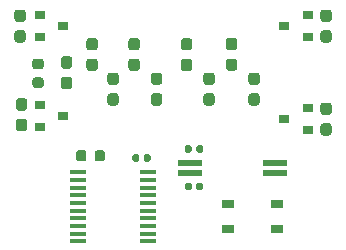
<source format=gbr>
G04 #@! TF.GenerationSoftware,KiCad,Pcbnew,5.99.0-unknown-r19130-2af6d01f*
G04 #@! TF.CreationDate,2020-08-04T10:25:42+02:00*
G04 #@! TF.ProjectId,ada-watch,6164612d-7761-4746-9368-2e6b69636164,rev?*
G04 #@! TF.SameCoordinates,Original*
G04 #@! TF.FileFunction,Paste,Top*
G04 #@! TF.FilePolarity,Positive*
%FSLAX46Y46*%
G04 Gerber Fmt 4.6, Leading zero omitted, Abs format (unit mm)*
G04 Created by KiCad (PCBNEW 5.99.0-unknown-r19130-2af6d01f) date 2020-08-04 10:25:42*
%MOMM*%
%LPD*%
G01*
G04 APERTURE LIST*
%ADD10R,2.100000X0.600000*%
%ADD11R,1.450000X0.450000*%
%ADD12R,1.050000X0.650000*%
%ADD13R,0.900000X0.800000*%
G04 APERTURE END LIST*
D10*
X150241000Y-110109000D03*
X157441000Y-110109000D03*
X157441000Y-111009000D03*
X150241000Y-111009000D03*
G36*
G01*
X141509000Y-109281250D02*
X141509000Y-109793750D01*
G75*
G02*
X141290250Y-110012500I-218750J0D01*
G01*
X140852750Y-110012500D01*
G75*
G02*
X140634000Y-109793750I0J218750D01*
G01*
X140634000Y-109281250D01*
G75*
G02*
X140852750Y-109062500I218750J0D01*
G01*
X141290250Y-109062500D01*
G75*
G02*
X141509000Y-109281250I0J-218750D01*
G01*
G37*
G36*
G01*
X143084000Y-109281250D02*
X143084000Y-109793750D01*
G75*
G02*
X142865250Y-110012500I-218750J0D01*
G01*
X142427750Y-110012500D01*
G75*
G02*
X142209000Y-109793750I0J218750D01*
G01*
X142209000Y-109281250D01*
G75*
G02*
X142427750Y-109062500I218750J0D01*
G01*
X142865250Y-109062500D01*
G75*
G02*
X143084000Y-109281250I0J-218750D01*
G01*
G37*
D11*
X146714000Y-110930500D03*
X146714000Y-111580500D03*
X146714000Y-112230500D03*
X146714000Y-112880500D03*
X146714000Y-113530500D03*
X146714000Y-114180500D03*
X146714000Y-114830500D03*
X146714000Y-115480500D03*
X146714000Y-116130500D03*
X146714000Y-116780500D03*
X140814000Y-116780500D03*
X140814000Y-116130500D03*
X140814000Y-115480500D03*
X140814000Y-114830500D03*
X140814000Y-114180500D03*
X140814000Y-113530500D03*
X140814000Y-112880500D03*
X140814000Y-112230500D03*
X140814000Y-111580500D03*
X140814000Y-110930500D03*
D12*
X153500000Y-113606000D03*
X157650000Y-113606000D03*
X153500000Y-115756000D03*
X157650000Y-115756000D03*
G36*
G01*
X136254500Y-105709000D02*
X135779500Y-105709000D01*
G75*
G02*
X135542000Y-105471500I0J237500D01*
G01*
X135542000Y-104896500D01*
G75*
G02*
X135779500Y-104659000I237500J0D01*
G01*
X136254500Y-104659000D01*
G75*
G02*
X136492000Y-104896500I0J-237500D01*
G01*
X136492000Y-105471500D01*
G75*
G02*
X136254500Y-105709000I-237500J0D01*
G01*
G37*
G36*
G01*
X136254500Y-107459000D02*
X135779500Y-107459000D01*
G75*
G02*
X135542000Y-107221500I0J237500D01*
G01*
X135542000Y-106646500D01*
G75*
G02*
X135779500Y-106409000I237500J0D01*
G01*
X136254500Y-106409000D01*
G75*
G02*
X136492000Y-106646500I0J-237500D01*
G01*
X136492000Y-107221500D01*
G75*
G02*
X136254500Y-107459000I-237500J0D01*
G01*
G37*
G36*
G01*
X139589500Y-102853000D02*
X140064500Y-102853000D01*
G75*
G02*
X140302000Y-103090500I0J-237500D01*
G01*
X140302000Y-103665500D01*
G75*
G02*
X140064500Y-103903000I-237500J0D01*
G01*
X139589500Y-103903000D01*
G75*
G02*
X139352000Y-103665500I0J237500D01*
G01*
X139352000Y-103090500D01*
G75*
G02*
X139589500Y-102853000I237500J0D01*
G01*
G37*
G36*
G01*
X139589500Y-101103000D02*
X140064500Y-101103000D01*
G75*
G02*
X140302000Y-101340500I0J-237500D01*
G01*
X140302000Y-101915500D01*
G75*
G02*
X140064500Y-102153000I-237500J0D01*
G01*
X139589500Y-102153000D01*
G75*
G02*
X139352000Y-101915500I0J237500D01*
G01*
X139352000Y-101340500D01*
G75*
G02*
X139589500Y-101103000I237500J0D01*
G01*
G37*
G36*
G01*
X136127500Y-98202000D02*
X135652500Y-98202000D01*
G75*
G02*
X135415000Y-97964500I0J237500D01*
G01*
X135415000Y-97389500D01*
G75*
G02*
X135652500Y-97152000I237500J0D01*
G01*
X136127500Y-97152000D01*
G75*
G02*
X136365000Y-97389500I0J-237500D01*
G01*
X136365000Y-97964500D01*
G75*
G02*
X136127500Y-98202000I-237500J0D01*
G01*
G37*
G36*
G01*
X136127500Y-99952000D02*
X135652500Y-99952000D01*
G75*
G02*
X135415000Y-99714500I0J237500D01*
G01*
X135415000Y-99139500D01*
G75*
G02*
X135652500Y-98902000I237500J0D01*
G01*
X136127500Y-98902000D01*
G75*
G02*
X136365000Y-99139500I0J-237500D01*
G01*
X136365000Y-99714500D01*
G75*
G02*
X136127500Y-99952000I-237500J0D01*
G01*
G37*
G36*
G01*
X161560500Y-98902000D02*
X162035500Y-98902000D01*
G75*
G02*
X162273000Y-99139500I0J-237500D01*
G01*
X162273000Y-99714500D01*
G75*
G02*
X162035500Y-99952000I-237500J0D01*
G01*
X161560500Y-99952000D01*
G75*
G02*
X161323000Y-99714500I0J237500D01*
G01*
X161323000Y-99139500D01*
G75*
G02*
X161560500Y-98902000I237500J0D01*
G01*
G37*
G36*
G01*
X161560500Y-97152000D02*
X162035500Y-97152000D01*
G75*
G02*
X162273000Y-97389500I0J-237500D01*
G01*
X162273000Y-97964500D01*
G75*
G02*
X162035500Y-98202000I-237500J0D01*
G01*
X161560500Y-98202000D01*
G75*
G02*
X161323000Y-97964500I0J237500D01*
G01*
X161323000Y-97389500D01*
G75*
G02*
X161560500Y-97152000I237500J0D01*
G01*
G37*
G36*
G01*
X161560500Y-106776000D02*
X162035500Y-106776000D01*
G75*
G02*
X162273000Y-107013500I0J-237500D01*
G01*
X162273000Y-107588500D01*
G75*
G02*
X162035500Y-107826000I-237500J0D01*
G01*
X161560500Y-107826000D01*
G75*
G02*
X161323000Y-107588500I0J237500D01*
G01*
X161323000Y-107013500D01*
G75*
G02*
X161560500Y-106776000I237500J0D01*
G01*
G37*
G36*
G01*
X161560500Y-105026000D02*
X162035500Y-105026000D01*
G75*
G02*
X162273000Y-105263500I0J-237500D01*
G01*
X162273000Y-105838500D01*
G75*
G02*
X162035500Y-106076000I-237500J0D01*
G01*
X161560500Y-106076000D01*
G75*
G02*
X161323000Y-105838500I0J237500D01*
G01*
X161323000Y-105263500D01*
G75*
G02*
X161560500Y-105026000I237500J0D01*
G01*
G37*
G36*
G01*
X152129500Y-103536000D02*
X151654500Y-103536000D01*
G75*
G02*
X151417000Y-103298500I0J237500D01*
G01*
X151417000Y-102723500D01*
G75*
G02*
X151654500Y-102486000I237500J0D01*
G01*
X152129500Y-102486000D01*
G75*
G02*
X152367000Y-102723500I0J-237500D01*
G01*
X152367000Y-103298500D01*
G75*
G02*
X152129500Y-103536000I-237500J0D01*
G01*
G37*
G36*
G01*
X152129500Y-105286000D02*
X151654500Y-105286000D01*
G75*
G02*
X151417000Y-105048500I0J237500D01*
G01*
X151417000Y-104473500D01*
G75*
G02*
X151654500Y-104236000I237500J0D01*
G01*
X152129500Y-104236000D01*
G75*
G02*
X152367000Y-104473500I0J-237500D01*
G01*
X152367000Y-105048500D01*
G75*
G02*
X152129500Y-105286000I-237500J0D01*
G01*
G37*
G36*
G01*
X149749500Y-101315000D02*
X150224500Y-101315000D01*
G75*
G02*
X150462000Y-101552500I0J-237500D01*
G01*
X150462000Y-102127500D01*
G75*
G02*
X150224500Y-102365000I-237500J0D01*
G01*
X149749500Y-102365000D01*
G75*
G02*
X149512000Y-102127500I0J237500D01*
G01*
X149512000Y-101552500D01*
G75*
G02*
X149749500Y-101315000I237500J0D01*
G01*
G37*
G36*
G01*
X149749500Y-99565000D02*
X150224500Y-99565000D01*
G75*
G02*
X150462000Y-99802500I0J-237500D01*
G01*
X150462000Y-100377500D01*
G75*
G02*
X150224500Y-100615000I-237500J0D01*
G01*
X149749500Y-100615000D01*
G75*
G02*
X149512000Y-100377500I0J237500D01*
G01*
X149512000Y-99802500D01*
G75*
G02*
X149749500Y-99565000I237500J0D01*
G01*
G37*
G36*
G01*
X153559500Y-101301000D02*
X154034500Y-101301000D01*
G75*
G02*
X154272000Y-101538500I0J-237500D01*
G01*
X154272000Y-102113500D01*
G75*
G02*
X154034500Y-102351000I-237500J0D01*
G01*
X153559500Y-102351000D01*
G75*
G02*
X153322000Y-102113500I0J237500D01*
G01*
X153322000Y-101538500D01*
G75*
G02*
X153559500Y-101301000I237500J0D01*
G01*
G37*
G36*
G01*
X153559500Y-99551000D02*
X154034500Y-99551000D01*
G75*
G02*
X154272000Y-99788500I0J-237500D01*
G01*
X154272000Y-100363500D01*
G75*
G02*
X154034500Y-100601000I-237500J0D01*
G01*
X153559500Y-100601000D01*
G75*
G02*
X153322000Y-100363500I0J237500D01*
G01*
X153322000Y-99788500D01*
G75*
G02*
X153559500Y-99551000I237500J0D01*
G01*
G37*
G36*
G01*
X145304500Y-101315000D02*
X145779500Y-101315000D01*
G75*
G02*
X146017000Y-101552500I0J-237500D01*
G01*
X146017000Y-102127500D01*
G75*
G02*
X145779500Y-102365000I-237500J0D01*
G01*
X145304500Y-102365000D01*
G75*
G02*
X145067000Y-102127500I0J237500D01*
G01*
X145067000Y-101552500D01*
G75*
G02*
X145304500Y-101315000I237500J0D01*
G01*
G37*
G36*
G01*
X145304500Y-99565000D02*
X145779500Y-99565000D01*
G75*
G02*
X146017000Y-99802500I0J-237500D01*
G01*
X146017000Y-100377500D01*
G75*
G02*
X145779500Y-100615000I-237500J0D01*
G01*
X145304500Y-100615000D01*
G75*
G02*
X145067000Y-100377500I0J237500D01*
G01*
X145067000Y-99802500D01*
G75*
G02*
X145304500Y-99565000I237500J0D01*
G01*
G37*
G36*
G01*
X155464500Y-104236000D02*
X155939500Y-104236000D01*
G75*
G02*
X156177000Y-104473500I0J-237500D01*
G01*
X156177000Y-105048500D01*
G75*
G02*
X155939500Y-105286000I-237500J0D01*
G01*
X155464500Y-105286000D01*
G75*
G02*
X155227000Y-105048500I0J237500D01*
G01*
X155227000Y-104473500D01*
G75*
G02*
X155464500Y-104236000I237500J0D01*
G01*
G37*
G36*
G01*
X155464500Y-102486000D02*
X155939500Y-102486000D01*
G75*
G02*
X156177000Y-102723500I0J-237500D01*
G01*
X156177000Y-103298500D01*
G75*
G02*
X155939500Y-103536000I-237500J0D01*
G01*
X155464500Y-103536000D01*
G75*
G02*
X155227000Y-103298500I0J237500D01*
G01*
X155227000Y-102723500D01*
G75*
G02*
X155464500Y-102486000I237500J0D01*
G01*
G37*
G36*
G01*
X144001500Y-103536000D02*
X143526500Y-103536000D01*
G75*
G02*
X143289000Y-103298500I0J237500D01*
G01*
X143289000Y-102723500D01*
G75*
G02*
X143526500Y-102486000I237500J0D01*
G01*
X144001500Y-102486000D01*
G75*
G02*
X144239000Y-102723500I0J-237500D01*
G01*
X144239000Y-103298500D01*
G75*
G02*
X144001500Y-103536000I-237500J0D01*
G01*
G37*
G36*
G01*
X144001500Y-105286000D02*
X143526500Y-105286000D01*
G75*
G02*
X143289000Y-105048500I0J237500D01*
G01*
X143289000Y-104473500D01*
G75*
G02*
X143526500Y-104236000I237500J0D01*
G01*
X144001500Y-104236000D01*
G75*
G02*
X144239000Y-104473500I0J-237500D01*
G01*
X144239000Y-105048500D01*
G75*
G02*
X144001500Y-105286000I-237500J0D01*
G01*
G37*
G36*
G01*
X147684500Y-103536000D02*
X147209500Y-103536000D01*
G75*
G02*
X146972000Y-103298500I0J237500D01*
G01*
X146972000Y-102723500D01*
G75*
G02*
X147209500Y-102486000I237500J0D01*
G01*
X147684500Y-102486000D01*
G75*
G02*
X147922000Y-102723500I0J-237500D01*
G01*
X147922000Y-103298500D01*
G75*
G02*
X147684500Y-103536000I-237500J0D01*
G01*
G37*
G36*
G01*
X147684500Y-105286000D02*
X147209500Y-105286000D01*
G75*
G02*
X146972000Y-105048500I0J237500D01*
G01*
X146972000Y-104473500D01*
G75*
G02*
X147209500Y-104236000I237500J0D01*
G01*
X147684500Y-104236000D01*
G75*
G02*
X147922000Y-104473500I0J-237500D01*
G01*
X147922000Y-105048500D01*
G75*
G02*
X147684500Y-105286000I-237500J0D01*
G01*
G37*
G36*
G01*
X141748500Y-101315000D02*
X142223500Y-101315000D01*
G75*
G02*
X142461000Y-101552500I0J-237500D01*
G01*
X142461000Y-102127500D01*
G75*
G02*
X142223500Y-102365000I-237500J0D01*
G01*
X141748500Y-102365000D01*
G75*
G02*
X141511000Y-102127500I0J237500D01*
G01*
X141511000Y-101552500D01*
G75*
G02*
X141748500Y-101315000I237500J0D01*
G01*
G37*
G36*
G01*
X141748500Y-99565000D02*
X142223500Y-99565000D01*
G75*
G02*
X142461000Y-99802500I0J-237500D01*
G01*
X142461000Y-100377500D01*
G75*
G02*
X142223500Y-100615000I-237500J0D01*
G01*
X141748500Y-100615000D01*
G75*
G02*
X141511000Y-100377500I0J237500D01*
G01*
X141511000Y-99802500D01*
G75*
G02*
X141748500Y-99565000I237500J0D01*
G01*
G37*
G36*
G01*
X137157750Y-102902500D02*
X137670250Y-102902500D01*
G75*
G02*
X137889000Y-103121250I0J-218750D01*
G01*
X137889000Y-103558750D01*
G75*
G02*
X137670250Y-103777500I-218750J0D01*
G01*
X137157750Y-103777500D01*
G75*
G02*
X136939000Y-103558750I0J218750D01*
G01*
X136939000Y-103121250D01*
G75*
G02*
X137157750Y-102902500I218750J0D01*
G01*
G37*
G36*
G01*
X137157750Y-101327500D02*
X137670250Y-101327500D01*
G75*
G02*
X137889000Y-101546250I0J-218750D01*
G01*
X137889000Y-101983750D01*
G75*
G02*
X137670250Y-102202500I-218750J0D01*
G01*
X137157750Y-102202500D01*
G75*
G02*
X136939000Y-101983750I0J218750D01*
G01*
X136939000Y-101546250D01*
G75*
G02*
X137157750Y-101327500I218750J0D01*
G01*
G37*
D13*
X158258000Y-106426000D03*
X160258000Y-105476000D03*
X160258000Y-107376000D03*
X158258000Y-98552000D03*
X160258000Y-97602000D03*
X160258000Y-99502000D03*
X139557000Y-98552000D03*
X137557000Y-99502000D03*
X137557000Y-97602000D03*
X139557000Y-106172000D03*
X137557000Y-107122000D03*
X137557000Y-105222000D03*
G36*
G01*
X146367000Y-109900500D02*
X146367000Y-109555500D01*
G75*
G02*
X146514500Y-109408000I147500J0D01*
G01*
X146809500Y-109408000D01*
G75*
G02*
X146957000Y-109555500I0J-147500D01*
G01*
X146957000Y-109900500D01*
G75*
G02*
X146809500Y-110048000I-147500J0D01*
G01*
X146514500Y-110048000D01*
G75*
G02*
X146367000Y-109900500I0J147500D01*
G01*
G37*
G36*
G01*
X145397000Y-109900500D02*
X145397000Y-109555500D01*
G75*
G02*
X145544500Y-109408000I147500J0D01*
G01*
X145839500Y-109408000D01*
G75*
G02*
X145987000Y-109555500I0J-147500D01*
G01*
X145987000Y-109900500D01*
G75*
G02*
X145839500Y-110048000I-147500J0D01*
G01*
X145544500Y-110048000D01*
G75*
G02*
X145397000Y-109900500I0J147500D01*
G01*
G37*
G36*
G01*
X150812000Y-112313500D02*
X150812000Y-111968500D01*
G75*
G02*
X150959500Y-111821000I147500J0D01*
G01*
X151254500Y-111821000D01*
G75*
G02*
X151402000Y-111968500I0J-147500D01*
G01*
X151402000Y-112313500D01*
G75*
G02*
X151254500Y-112461000I-147500J0D01*
G01*
X150959500Y-112461000D01*
G75*
G02*
X150812000Y-112313500I0J147500D01*
G01*
G37*
G36*
G01*
X149842000Y-112313500D02*
X149842000Y-111968500D01*
G75*
G02*
X149989500Y-111821000I147500J0D01*
G01*
X150284500Y-111821000D01*
G75*
G02*
X150432000Y-111968500I0J-147500D01*
G01*
X150432000Y-112313500D01*
G75*
G02*
X150284500Y-112461000I-147500J0D01*
G01*
X149989500Y-112461000D01*
G75*
G02*
X149842000Y-112313500I0J147500D01*
G01*
G37*
G36*
G01*
X150812000Y-109138500D02*
X150812000Y-108793500D01*
G75*
G02*
X150959500Y-108646000I147500J0D01*
G01*
X151254500Y-108646000D01*
G75*
G02*
X151402000Y-108793500I0J-147500D01*
G01*
X151402000Y-109138500D01*
G75*
G02*
X151254500Y-109286000I-147500J0D01*
G01*
X150959500Y-109286000D01*
G75*
G02*
X150812000Y-109138500I0J147500D01*
G01*
G37*
G36*
G01*
X149842000Y-109138500D02*
X149842000Y-108793500D01*
G75*
G02*
X149989500Y-108646000I147500J0D01*
G01*
X150284500Y-108646000D01*
G75*
G02*
X150432000Y-108793500I0J-147500D01*
G01*
X150432000Y-109138500D01*
G75*
G02*
X150284500Y-109286000I-147500J0D01*
G01*
X149989500Y-109286000D01*
G75*
G02*
X149842000Y-109138500I0J147500D01*
G01*
G37*
M02*

</source>
